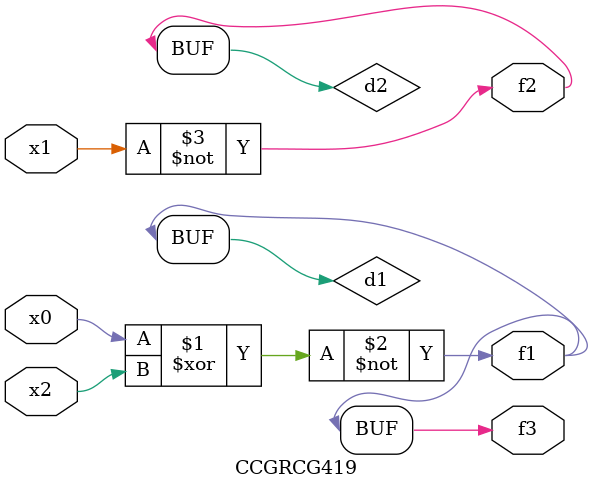
<source format=v>
module CCGRCG419(
	input x0, x1, x2,
	output f1, f2, f3
);

	wire d1, d2, d3;

	xnor (d1, x0, x2);
	nand (d2, x1);
	nor (d3, x1, x2);
	assign f1 = d1;
	assign f2 = d2;
	assign f3 = d1;
endmodule

</source>
